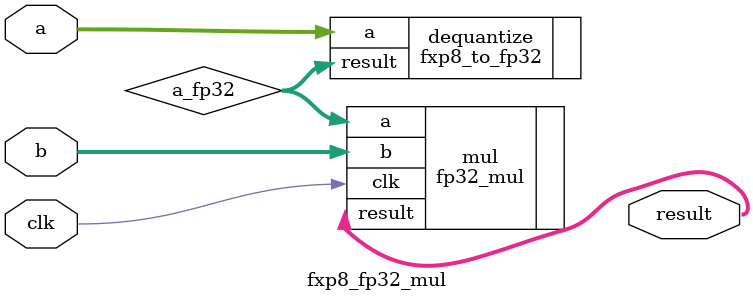
<source format=v>
module fxp8_fp32_mul (
  input clk,
  input [7:0] a,
  input [31:0] b,
  output [31:0] result
);

  wire [31:0] a_fp32;

  fxp8_to_fp32 dequantize (.a(a), .result(a_fp32));
  fp32_mul mul (.clk(clk), .a(a_fp32), .b(b), .result(result));

endmodule



</source>
